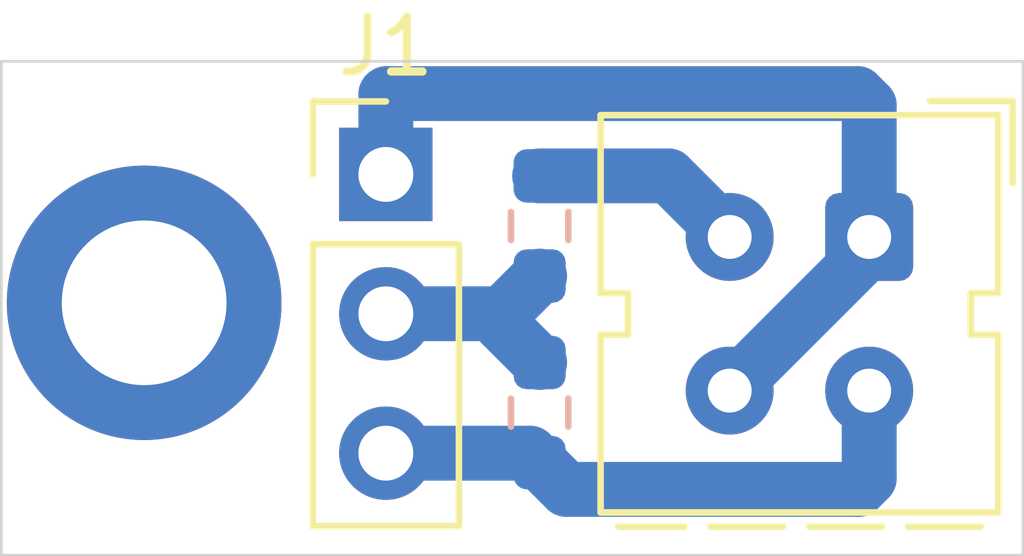
<source format=kicad_pcb>
(kicad_pcb (version 20240108) (generator "pcbnew") (generator_version "8.0")
  (layers (0 "F.Cu" signal) (31 "B.Cu" signal) (34 "B.Paste" user) (35 "F.Paste" user) (36 "B.SilkS" user "B.Silkscreen") (37 "F.SilkS" user "F.Silkscreen") (38 "B.Mask" user) (39 "F.Mask" user) (44 "Edge.Cuts" user))
  (net 0 "")
  (net 1 "CNY")
  (net 2 "GND")
  (net 3 "+5V")
  (net 4 "Net-(U1-K)")
  (footprint "Connector_PinHeader_2.54mm:PinHeader_1x03_P2.54mm_Vertical" (layer "F.Cu") (at 23.4 23.46)
    (property "Reference" "J1" (at 0 -2.33 0) (layer "F.SilkS"))
    (property "Value" "Conn_01x03_Socket" (hide yes))
    (fp_line (start -1.33 -1.33) (end 0 -1.33) (stroke (width 0.12)) (layer "F.SilkS"))
    (fp_line (start -1.33 0) (end -1.33 -1.33) (stroke (width 0.12)) (layer "F.SilkS"))
    (fp_line (start -1.33 1.27) (end -1.33 6.41) (stroke (width 0.12)) (layer "F.SilkS"))
    (fp_line (start -1.33 1.27) (end 1.33 1.27) (stroke (width 0.12)) (layer "F.SilkS"))
    (fp_line (start -1.33 6.41) (end 1.33 6.41) (stroke (width 0.12)) (layer "F.SilkS"))
    (fp_line (start 1.33 1.27) (end 1.33 6.41) (stroke (width 0.12)) (layer "F.SilkS"))
    (pad "1" thru_hole rect (at 0 0) (size 1.7 1.7) (drill 1) (layers "*.Cu" "*.Mask") (net 3 "+5V"))
    (pad "2" thru_hole oval (at 0 2.54) (size 1.7 1.7) (drill 1) (layers "*.Cu" "*.Mask") (net 2 "GND"))
    (pad "3" thru_hole oval (at 0 5.08) (size 1.7 1.7) (drill 1) (layers "*.Cu" "*.Mask") (net 1 "CNY"))
  )
  (footprint "OptoDevice:Vishay_CNY70" (layer "F.Cu") (at 32.2 24.6 -90)
    (property "Reference" "U1" (hide yes))
    (property "Value" "CNY70" (hide yes))
    (fp_line (start 1.02 4.89) (end -2.22 4.89) (stroke (width 0.12)) (layer "F.SilkS"))
    (fp_line (start 1.78 4.89) (end 5.02 4.89) (stroke (width 0.12)) (layer "F.SilkS"))
    (fp_line (start 1.78 4.89) (end 1.78 4.39) (stroke (width 0.12)) (layer "F.SilkS"))
    (fp_line (start 5.02 4.89) (end 5.02 -2.35) (stroke (width 0.12)) (layer "F.SilkS"))
    (fp_line (start 1.02 4.39) (end 1.02 4.89) (stroke (width 0.12)) (layer "F.SilkS"))
    (fp_line (start 1.78 4.39) (end 1.02 4.39) (stroke (width 0.12)) (layer "F.SilkS"))
    (fp_line (start 1.02 -1.85) (end 1.78 -1.85) (stroke (width 0.12)) (layer "F.SilkS"))
    (fp_line (start 1.78 -1.85) (end 1.78 -2.35) (stroke (width 0.12)) (layer "F.SilkS"))
    (fp_line (start 5.28 -2.03) (end 5.28 4.57) (stroke (width 0.12) (type dash)) (layer "F.SilkS"))
    (fp_line (start -2.22 -2.35) (end -2.22 4.89) (stroke (width 0.12)) (layer "F.SilkS"))
    (fp_line (start 1.02 -2.35) (end 1.02 -1.85) (stroke (width 0.12)) (layer "F.SilkS"))
    (fp_line (start 1.02 -2.35) (end -2.22 -2.35) (stroke (width 0.12)) (layer "F.SilkS"))
    (fp_line (start 1.78 -2.35) (end 5.02 -2.35) (stroke (width 0.12)) (layer "F.SilkS"))
    (fp_line (start -2.48 -2.61) (end -2.48 -1.11) (stroke (width 0.12)) (layer "F.SilkS"))
    (fp_line (start -2.48 -2.61) (end -0.98 -2.61) (stroke (width 0.12)) (layer "F.SilkS"))
    (pad "1" thru_hole roundrect (at 0 0 270) (size 1.6 1.6) (drill 0.8) (layers "*.Cu" "*.Mask") (roundrect_rratio 0.156) (net 3 "+5V"))
    (pad "2" thru_hole circle (at 0 2.54 270) (size 1.6 1.6) (drill 0.8) (layers "*.Cu" "*.Mask") (net 4 "Net-(U1-K)"))
    (pad "3" thru_hole circle (at 2.8 2.54 270) (size 1.6 1.6) (drill 0.8) (layers "*.Cu" "*.Mask") (net 3 "+5V"))
    (pad "4" thru_hole circle (at 2.8 0 270) (size 1.6 1.6) (drill 0.8) (layers "*.Cu" "*.Mask") (net 1 "CNY"))
  )
  (footprint "Resistor_SMD:R_0603_1608Metric_Pad0.98x0.95mm_HandSolder" (layer "B.Cu") (at 26.2 24.4 90)
    (property "Reference" "R1" (hide yes))
    (property "Value" "220" (hide yes))
    (fp_line (start 0.254724 -0.5225) (end -0.254724 -0.5225) (stroke (width 0.12)) (layer "B.SilkS"))
    (fp_line (start 0.254724 0.5225) (end -0.254724 0.5225) (stroke (width 0.12)) (layer "B.SilkS"))
    (pad "1" smd roundrect (at -0.9125 0 90) (size 0.975 0.95) (layers "B.Cu" "B.Paste" "B.Mask") (net 2 "GND"))
    (pad "2" smd roundrect (at 0.9125 0 90) (size 0.975 0.95) (layers "B.Cu" "B.Paste" "B.Mask") (net 4 "Net-(U1-K)"))
  )
  (footprint "Resistor_SMD:R_0603_1608Metric_Pad0.98x0.95mm_HandSolder" (layer "B.Cu") (at 26.2 27.8 90)
    (property "Reference" "R2" (hide yes))
    (property "Value" "10k" (hide yes))
    (fp_line (start 0.254724 -0.5225) (end -0.254724 -0.5225) (stroke (width 0.12)) (layer "B.SilkS"))
    (fp_line (start 0.254724 0.5225) (end -0.254724 0.5225) (stroke (width 0.12)) (layer "B.SilkS"))
    (pad "1" smd roundrect (at -0.9125 0 90) (size 0.975 0.95) (layers "B.Cu" "B.Paste" "B.Mask") (net 1 "CNY"))
    (pad "2" smd roundrect (at 0.9125 0 90) (size 0.975 0.95) (layers "B.Cu" "B.Paste" "B.Mask") (net 2 "GND"))
  )
  (gr_rect (start 16.4 21.4) (end 35 30.4) (stroke (width 0.05)) (fill none) (layer "Edge.Cuts"))
  (via (at 19 25.8) (size 5) (drill 3) (layers "F.Cu" "B.Cu") (net 0))
  (segment (start 32.2 29) (end 32.2 27.4) (width 1) (layer "B.Cu") (net 1))
  (segment (start 26.0275 28.54) (end 26.2 28.7125) (width 1) (layer "B.Cu") (net 1))
  (segment (start 23.4 28.54) (end 26.0275 28.54) (width 1) (layer "B.Cu") (net 1))
  (segment (start 26.6875 29.2) (end 32 29.2) (width 1) (layer "B.Cu") (net 1))
  (segment (start 32 29.2) (end 32.2 29) (width 1) (layer "B.Cu") (net 1))
  (segment (start 26.2 28.7125) (end 26.6875 29.2) (width 1) (layer "B.Cu") (net 1))
  (segment (start 25.5125 26.2) (end 26.2 26.8875) (width 1) (layer "B.Cu") (net 2))
  (segment (start 25.5125 26) (end 26.2 25.3125) (width 1) (layer "B.Cu") (net 2))
  (segment (start 23.4 26) (end 25.5125 26) (width 1) (layer "B.Cu") (net 2))
  (segment (start 25.5125 26) (end 25.5125 26.2) (width 1) (layer "B.Cu") (net 2))
  (segment (start 23.4125 21.9875) (end 31.9875 21.9875) (width 1) (layer "B.Cu") (net 3))
  (segment (start 31.9875 21.9875) (end 32.2 22.2) (width 1) (layer "B.Cu") (net 3))
  (segment (start 32.2 24.854415) (end 29.66 27.394415) (width 1) (layer "B.Cu") (net 3))
  (segment (start 32.2 24.6) (end 32.2 24.854415) (width 1) (layer "B.Cu") (net 3))
  (segment (start 23.4 23.46) (end 23.4 22) (width 1) (layer "B.Cu") (net 3))
  (segment (start 32.2 22.2) (end 32.2 24.6) (width 1) (layer "B.Cu") (net 3))
  (segment (start 23.4 22) (end 23.4125 21.9875) (width 1) (layer "B.Cu") (net 3))
  (segment (start 29.66 27.394415) (end 29.66 27.4) (width 1) (layer "B.Cu") (net 3))
  (segment (start 26.2 23.4875) (end 28.5475 23.4875) (width 1) (layer "B.Cu") (net 4))
  (segment (start 28.5475 23.4875) (end 29.66 24.6) (width 1) (layer "B.Cu") (net 4))
)
</source>
